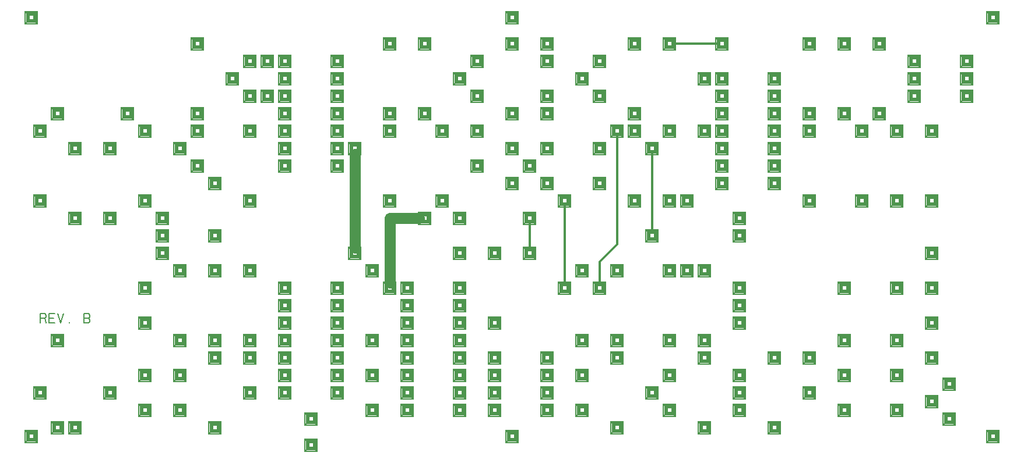
<source format=gtl>
%MOIN*%
%FSLAX23Y23*%
%ADD10C,.012*%
%ADD11C,.062*%
%ADD12C,.050X.024*%
%ADD13R,.062X.062X.024*%
%ADD14C,.016*%
%ADD15R,.008X.062*%
%ADD16R,.062X.008*%
%ADD17C,.008*%
%LPD*%
G90*X0Y0D02*D13*X100Y100D03*D14*X131Y131D03*      
Y69D03*X69Y131D03*Y69D03*D15*X135Y100D03*X65D03*  
D16*X100Y135D03*Y65D03*D13*X250Y150D03*D14*       
X281Y181D03*Y119D03*X219Y181D03*Y119D03*D15*      
X285Y150D03*X215D03*D16*X250Y185D03*Y115D03*D13*  
X150Y350D03*D14*X181Y381D03*Y319D03*X119Y381D03*  
Y319D03*D15*X185Y350D03*X115D03*D16*X150Y385D03*  
Y315D03*D13*X350Y150D03*D14*X381Y181D03*Y119D03*  
X319Y181D03*Y119D03*D15*X385Y150D03*X315D03*D16*  
X350Y185D03*Y115D03*D13*X550Y350D03*D14*          
X581Y381D03*Y319D03*X519Y381D03*Y319D03*D15*      
X585Y350D03*X515D03*D16*X550Y385D03*Y315D03*D13*  
Y650D03*D14*X581Y681D03*Y619D03*X519Y681D03*      
Y619D03*D15*X585Y650D03*X515D03*D16*X550Y685D03*  
Y615D03*D13*X250Y650D03*D14*X281Y681D03*Y619D03*  
X219Y681D03*Y619D03*D15*X285Y650D03*X215D03*D16*  
X250Y685D03*Y615D03*D13*X750Y750D03*D14*          
X781Y781D03*Y719D03*X719Y781D03*Y719D03*D15*      
X785Y750D03*X715D03*D16*X750Y785D03*Y715D03*      
X400Y750D02*D17*Y804D01*X427D01*X436Y795D01*      
Y786D01*X427Y777D01*X436Y768D01*Y759D01*          
X427Y750D01*X400D01*Y777D02*X427D01*X150Y750D02*  
Y804D01*X177D01*X186Y795D01*Y786D01*X177Y777D01*  
X150D01*X177D02*X186Y750D01*X236D02*X200D01*      
Y804D01*X236D01*X200Y777D02*X227D01*X250Y804D02*  
X268Y750D01*X286Y804D01*X318Y750D03*D13*          
X750Y250D03*D14*X781Y281D03*Y219D03*X719Y281D03*  
Y219D03*D15*X785Y250D03*X715D03*D16*X750Y285D03*  
Y215D03*D13*Y450D03*D14*X781Y481D03*Y419D03*      
X719Y481D03*Y419D03*D15*X785Y450D03*X715D03*D16*  
X750Y485D03*Y415D03*D13*Y950D03*D14*X781Y981D03*  
Y919D03*X719Y981D03*Y919D03*D15*X785Y950D03*      
X715D03*D16*X750Y985D03*Y915D03*D13*X950Y250D03*  
D14*X981Y281D03*Y219D03*X919Y281D03*Y219D03*D15*  
X985Y250D03*X915D03*D16*X950Y285D03*Y215D03*D13*  
Y450D03*D14*X981Y481D03*Y419D03*X919Y481D03*      
Y419D03*D15*X985Y450D03*X915D03*D16*X950Y485D03*  
Y415D03*D13*Y650D03*D14*X981Y681D03*Y619D03*      
X919Y681D03*Y619D03*D15*X985Y650D03*X915D03*D16*  
X950Y685D03*Y615D03*D13*Y1050D03*D14*X981Y1081D03*
Y1019D03*X919Y1081D03*Y1019D03*D15*X985Y1050D03*  
X915D03*D16*X950Y1085D03*Y1015D03*D13*            
X850Y1150D03*D14*X881Y1181D03*Y1119D03*           
X819Y1181D03*Y1119D03*D15*X885Y1150D03*X815D03*   
D16*X850Y1185D03*Y1115D03*D13*X1150Y150D03*D14*   
X1181Y181D03*Y119D03*X1119Y181D03*Y119D03*D15*    
X1185Y150D03*X1115D03*D16*X1150Y185D03*Y115D03*   
D13*Y550D03*D14*X1181Y581D03*Y519D03*X1119Y581D03*
Y519D03*D15*X1185Y550D03*X1115D03*D16*            
X1150Y585D03*Y515D03*D13*Y650D03*D14*X1181Y681D03*
Y619D03*X1119Y681D03*Y619D03*D15*X1185Y650D03*    
X1115D03*D16*X1150Y685D03*Y615D03*D13*Y1050D03*   
D14*X1181Y1081D03*Y1019D03*X1119Y1081D03*Y1019D03*
D15*X1185Y1050D03*X1115D03*D16*X1150Y1085D03*     
Y1015D03*D13*Y1250D03*D14*X1181Y1281D03*Y1219D03* 
X1119Y1281D03*Y1219D03*D15*X1185Y1250D03*X1115D03*
D16*X1150Y1285D03*Y1215D03*D13*X850Y1250D03*D14*  
X881Y1281D03*Y1219D03*X819Y1281D03*Y1219D03*D15*  
X885Y1250D03*X815D03*D16*X850Y1285D03*Y1215D03*   
D13*Y1350D03*D14*X881Y1381D03*Y1319D03*           
X819Y1381D03*Y1319D03*D15*X885Y1350D03*X815D03*   
D16*X850Y1385D03*Y1315D03*D13*X550Y1350D03*D14*   
X581Y1381D03*Y1319D03*X519Y1381D03*Y1319D03*D15*  
X585Y1350D03*X515D03*D16*X550Y1385D03*Y1315D03*   
D13*X350Y1350D03*D14*X381Y1381D03*Y1319D03*       
X319Y1381D03*Y1319D03*D15*X385Y1350D03*X315D03*   
D16*X350Y1385D03*Y1315D03*D13*X1350Y350D03*D14*   
X1381Y381D03*Y319D03*X1319Y381D03*Y319D03*D15*    
X1385Y350D03*X1315D03*D16*X1350Y385D03*Y315D03*   
D13*Y550D03*D14*X1381Y581D03*Y519D03*X1319Y581D03*
Y519D03*D15*X1385Y550D03*X1315D03*D16*            
X1350Y585D03*Y515D03*D13*Y650D03*D14*X1381Y681D03*
Y619D03*X1319Y681D03*Y619D03*D15*X1385Y650D03*    
X1315D03*D16*X1350Y685D03*Y615D03*D13*Y1050D03*   
D14*X1381Y1081D03*Y1019D03*X1319Y1081D03*Y1019D03*
D15*X1385Y1050D03*X1315D03*D16*X1350Y1085D03*     
Y1015D03*D13*Y1450D03*D14*X1381Y1481D03*Y1419D03* 
X1319Y1481D03*Y1419D03*D15*X1385Y1450D03*X1315D03*
D16*X1350Y1485D03*Y1415D03*D13*X750Y1450D03*D14*  
X781Y1481D03*Y1419D03*X719Y1481D03*Y1419D03*D15*  
X785Y1450D03*X715D03*D16*X750Y1485D03*Y1415D03*   
D13*X150Y1450D03*D14*X181Y1481D03*Y1419D03*       
X119Y1481D03*Y1419D03*D15*X185Y1450D03*X115D03*   
D16*X150Y1485D03*Y1415D03*D13*X1150Y1550D03*D14*  
X1181Y1581D03*Y1519D03*X1119Y1581D03*Y1519D03*D15*
X1185Y1550D03*X1115D03*D16*X1150Y1585D03*Y1515D03*
D13*X1550Y350D03*D14*X1581Y381D03*Y319D03*        
X1519Y381D03*Y319D03*D15*X1585Y350D03*X1515D03*   
D16*X1550Y385D03*Y315D03*D13*Y450D03*D14*         
X1581Y481D03*Y419D03*X1519Y481D03*Y419D03*D15*    
X1585Y450D03*X1515D03*D16*X1550Y485D03*Y415D03*   
D13*Y550D03*D14*X1581Y581D03*Y519D03*X1519Y581D03*
Y519D03*D15*X1585Y550D03*X1515D03*D16*            
X1550Y585D03*Y515D03*D13*Y650D03*D14*X1581Y681D03*
Y619D03*X1519Y681D03*Y619D03*D15*X1585Y650D03*    
X1515D03*D16*X1550Y685D03*Y615D03*D13*Y750D03*D14*
X1581Y781D03*Y719D03*X1519Y781D03*Y719D03*D15*    
X1585Y750D03*X1515D03*D16*X1550Y785D03*Y715D03*   
D13*Y850D03*D14*X1581Y881D03*Y819D03*X1519Y881D03*
Y819D03*D15*X1585Y850D03*X1515D03*D16*            
X1550Y885D03*Y815D03*D13*Y950D03*D14*X1581Y981D03*
Y919D03*X1519Y981D03*Y919D03*D15*X1585Y950D03*    
X1515D03*D16*X1550Y985D03*Y915D03*D13*Y1650D03*   
D14*X1581Y1681D03*Y1619D03*X1519Y1681D03*Y1619D03*
D15*X1585Y1650D03*X1515D03*D16*X1550Y1685D03*     
Y1615D03*D13*X1050Y1650D03*D14*X1081Y1681D03*     
Y1619D03*X1019Y1681D03*Y1619D03*D15*X1085Y1650D03*
X1015D03*D16*X1050Y1685D03*Y1615D03*D13*          
X1700Y50D03*D14*X1731Y81D03*Y19D03*X1669Y81D03*   
Y19D03*D15*X1735Y50D03*X1665D03*D16*X1700Y85D03*  
Y15D03*D13*Y200D03*D14*X1731Y231D03*Y169D03*      
X1669Y231D03*Y169D03*D15*X1735Y200D03*X1665D03*   
D16*X1700Y235D03*Y165D03*D13*X1550Y1750D03*D14*   
X1581Y1781D03*Y1719D03*X1519Y1781D03*Y1719D03*D15*
X1585Y1750D03*X1515D03*D16*X1550Y1785D03*Y1715D03*
D13*X950Y1750D03*D14*X981Y1781D03*Y1719D03*       
X919Y1781D03*Y1719D03*D15*X985Y1750D03*X915D03*   
D16*X950Y1785D03*Y1715D03*D13*X550Y1750D03*D14*   
X581Y1781D03*Y1719D03*X519Y1781D03*Y1719D03*D15*  
X585Y1750D03*X515D03*D16*X550Y1785D03*Y1715D03*   
D13*X350Y1750D03*D14*X381Y1781D03*Y1719D03*       
X319Y1781D03*Y1719D03*D15*X385Y1750D03*X315D03*   
D16*X350Y1785D03*Y1715D03*D13*X1850Y1850D03*D14*  
X1881Y1881D03*Y1819D03*X1819Y1881D03*Y1819D03*D15*
X1885Y1850D03*X1815D03*D16*X1850Y1885D03*Y1815D03*
D13*X1550Y1850D03*D14*X1581Y1881D03*Y1819D03*     
X1519Y1881D03*Y1819D03*D15*X1585Y1850D03*X1515D03*
D16*X1550Y1885D03*Y1815D03*D13*X1350Y1850D03*D14* 
X1381Y1881D03*Y1819D03*X1319Y1881D03*Y1819D03*D15*
X1385Y1850D03*X1315D03*D16*X1350Y1885D03*Y1815D03*
D13*X1050Y1850D03*D14*X1081Y1881D03*Y1819D03*     
X1019Y1881D03*Y1819D03*D15*X1085Y1850D03*X1015D03*
D16*X1050Y1885D03*Y1815D03*D13*X750Y1850D03*D14*  
X781Y1881D03*Y1819D03*X719Y1881D03*Y1819D03*D15*  
X785Y1850D03*X715D03*D16*X750Y1885D03*Y1815D03*   
D13*X150Y1850D03*D14*X181Y1881D03*Y1819D03*       
X119Y1881D03*Y1819D03*D15*X185Y1850D03*X115D03*   
D16*X150Y1885D03*Y1815D03*D13*X1850Y350D03*D14*   
X1881Y381D03*Y319D03*X1819Y381D03*Y319D03*D15*    
X1885Y350D03*X1815D03*D16*X1850Y385D03*Y315D03*   
D13*Y450D03*D14*X1881Y481D03*Y419D03*X1819Y481D03*
Y419D03*D15*X1885Y450D03*X1815D03*D16*            
X1850Y485D03*Y415D03*D13*Y550D03*D14*X1881Y581D03*
Y519D03*X1819Y581D03*Y519D03*D15*X1885Y550D03*    
X1815D03*D16*X1850Y585D03*Y515D03*D13*Y650D03*D14*
X1881Y681D03*Y619D03*X1819Y681D03*Y619D03*D15*    
X1885Y650D03*X1815D03*D16*X1850Y685D03*Y615D03*   
D13*Y750D03*D14*X1881Y781D03*Y719D03*X1819Y781D03*
Y719D03*D15*X1885Y750D03*X1815D03*D16*            
X1850Y785D03*Y715D03*D13*Y850D03*D14*X1881Y881D03*
Y819D03*X1819Y881D03*Y819D03*D15*X1885Y850D03*    
X1815D03*D16*X1850Y885D03*Y815D03*D13*Y950D03*D14*
X1881Y981D03*Y919D03*X1819Y981D03*Y919D03*D15*    
X1885Y950D03*X1815D03*D16*X1850Y985D03*Y915D03*   
D13*Y1650D03*D14*X1881Y1681D03*Y1619D03*          
X1819Y1681D03*Y1619D03*D15*X1885Y1650D03*X1815D03*
D16*X1850Y1685D03*Y1615D03*D13*Y1750D03*D14*      
X1881Y1781D03*Y1719D03*X1819Y1781D03*Y1719D03*D15*
X1885Y1750D03*X1815D03*D16*X1850Y1785D03*Y1715D03*
D13*Y1950D03*D14*X1881Y1981D03*Y1919D03*          
X1819Y1981D03*Y1919D03*D15*X1885Y1950D03*X1815D03*
D16*X1850Y1985D03*Y1915D03*D13*X1550Y1950D03*D14* 
X1581Y1981D03*Y1919D03*X1519Y1981D03*Y1919D03*D15*
X1585Y1950D03*X1515D03*D16*X1550Y1985D03*Y1915D03*
D13*X1050Y1950D03*D14*X1081Y1981D03*Y1919D03*     
X1019Y1981D03*Y1919D03*D15*X1085Y1950D03*X1015D03*
D16*X1050Y1985D03*Y1915D03*D13*X650Y1950D03*D14*  
X681Y1981D03*Y1919D03*X619Y1981D03*Y1919D03*D15*  
X685Y1950D03*X615D03*D16*X650Y1985D03*Y1915D03*   
D13*X250Y1950D03*D14*X281Y1981D03*Y1919D03*       
X219Y1981D03*Y1919D03*D15*X285Y1950D03*X215D03*   
D16*X250Y1985D03*Y1915D03*D13*X1950Y1150D03*D14*  
X1981Y1181D03*Y1119D03*X1919Y1181D03*Y1119D03*D15*
X1985Y1150D03*X1915D03*D16*X1950Y1185D03*Y1115D03*
Y1181D02*D11*Y1719D01*D13*Y1750D03*D14*           
X1981Y1781D03*Y1719D03*X1919Y1781D03*Y1719D03*D15*
X1985Y1750D03*X1915D03*D16*X1950Y1785D03*Y1715D03*
D13*X2150Y1950D03*D14*X2181Y1981D03*Y1919D03*     
X2119Y1981D03*Y1919D03*D15*X2185Y1950D03*X2115D03*
D16*X2150Y1985D03*Y1915D03*D13*Y1850D03*D14*      
X2181Y1881D03*Y1819D03*X2119Y1881D03*Y1819D03*D15*
X2185Y1850D03*X2115D03*D16*X2150Y1885D03*Y1815D03*
D13*X1850Y2050D03*D14*X1881Y2081D03*Y2019D03*     
X1819Y2081D03*Y2019D03*D15*X1885Y2050D03*X1815D03*
D16*X1850Y2085D03*Y2015D03*D13*X2150Y1450D03*D14* 
X2181Y1481D03*Y1419D03*X2119Y1481D03*Y1419D03*D15*
X2185Y1450D03*X2115D03*D16*X2150Y1485D03*Y1415D03*
D13*X2350Y1350D03*D14*X2381Y1381D03*Y1319D03*     
X2319Y1381D03*Y1319D03*D15*X2385Y1350D03*X2315D03*
D16*X2350Y1385D03*Y1315D03*X2319Y1350D02*D11*     
X2150D01*Y981D01*D13*Y950D03*D14*X2181Y981D03*    
Y919D03*X2119Y981D03*Y919D03*D15*X2185Y950D03*    
X2115D03*D16*X2150Y985D03*Y915D03*D13*            
X2250Y850D03*D14*X2281Y881D03*Y819D03*            
X2219Y881D03*Y819D03*D15*X2285Y850D03*X2215D03*   
D16*X2250Y885D03*Y815D03*D13*X2050Y1050D03*D14*   
X2081Y1081D03*Y1019D03*X2019Y1081D03*Y1019D03*D15*
X2085Y1050D03*X2015D03*D16*X2050Y1085D03*Y1015D03*
D13*X2250Y950D03*D14*X2281Y981D03*Y919D03*        
X2219Y981D03*Y919D03*D15*X2285Y950D03*X2215D03*   
D16*X2250Y985D03*Y915D03*D13*Y750D03*D14*         
X2281Y781D03*Y719D03*X2219Y781D03*Y719D03*D15*    
X2285Y750D03*X2215D03*D16*X2250Y785D03*Y715D03*   
D13*X2050Y650D03*D14*X2081Y681D03*Y619D03*        
X2019Y681D03*Y619D03*D15*X2085Y650D03*X2015D03*   
D16*X2050Y685D03*Y615D03*D13*X2250Y650D03*D14*    
X2281Y681D03*Y619D03*X2219Y681D03*Y619D03*D15*    
X2285Y650D03*X2215D03*D16*X2250Y685D03*Y615D03*   
D13*X2550Y550D03*D14*X2581Y581D03*Y519D03*        
X2519Y581D03*Y519D03*D15*X2585Y550D03*X2515D03*   
D16*X2550Y585D03*Y515D03*D13*Y1350D03*D14*        
X2581Y1381D03*Y1319D03*X2519Y1381D03*Y1319D03*D15*
X2585Y1350D03*X2515D03*D16*X2550Y1385D03*Y1315D03*
D13*Y650D03*D14*X2581Y681D03*Y619D03*X2519Y681D03*
Y619D03*D15*X2585Y650D03*X2515D03*D16*            
X2550Y685D03*Y615D03*D13*Y750D03*D14*X2581Y781D03*
Y719D03*X2519Y781D03*Y719D03*D15*X2585Y750D03*    
X2515D03*D16*X2550Y785D03*Y715D03*D13*Y850D03*D14*
X2581Y881D03*Y819D03*X2519Y881D03*Y819D03*D15*    
X2585Y850D03*X2515D03*D16*X2550Y885D03*Y815D03*   
D13*Y950D03*D14*X2581Y981D03*Y919D03*X2519Y981D03*
Y919D03*D15*X2585Y950D03*X2515D03*D16*            
X2550Y985D03*Y915D03*D13*X2250Y550D03*D14*        
X2281Y581D03*Y519D03*X2219Y581D03*Y519D03*D15*    
X2285Y550D03*X2215D03*D16*X2250Y585D03*Y515D03*   
D13*X2550Y1150D03*D14*X2581Y1181D03*Y1119D03*     
X2519Y1181D03*Y1119D03*D15*X2585Y1150D03*X2515D03*
D16*X2550Y1185D03*Y1115D03*D13*X2450Y1450D03*D14* 
X2481Y1481D03*Y1419D03*X2419Y1481D03*Y1419D03*D15*
X2485Y1450D03*X2415D03*D16*X2450Y1485D03*Y1415D03*
D13*X2050Y450D03*D14*X2081Y481D03*Y419D03*        
X2019Y481D03*Y419D03*D15*X2085Y450D03*X2015D03*   
D16*X2050Y485D03*Y415D03*D13*X2250Y450D03*D14*    
X2281Y481D03*Y419D03*X2219Y481D03*Y419D03*D15*    
X2285Y450D03*X2215D03*D16*X2250Y485D03*Y415D03*   
D13*X2550Y450D03*D14*X2581Y481D03*Y419D03*        
X2519Y481D03*Y419D03*D15*X2585Y450D03*X2515D03*   
D16*X2550Y485D03*Y415D03*D13*X2750Y350D03*D14*    
X2781Y381D03*Y319D03*X2719Y381D03*Y319D03*D15*    
X2785Y350D03*X2715D03*D16*X2750Y385D03*Y315D03*   
D13*Y450D03*D14*X2781Y481D03*Y419D03*X2719Y481D03*
Y419D03*D15*X2785Y450D03*X2715D03*D16*            
X2750Y485D03*Y415D03*D13*Y550D03*D14*X2781Y581D03*
Y519D03*X2719Y581D03*Y519D03*D15*X2785Y550D03*    
X2715D03*D16*X2750Y585D03*Y515D03*D13*Y750D03*D14*
X2781Y781D03*Y719D03*X2719Y781D03*Y719D03*D15*    
X2785Y750D03*X2715D03*D16*X2750Y785D03*Y715D03*   
D13*X2250Y350D03*D14*X2281Y381D03*Y319D03*        
X2219Y381D03*Y319D03*D15*X2285Y350D03*X2215D03*   
D16*X2250Y385D03*Y315D03*D13*X2750Y1150D03*D14*   
X2781Y1181D03*Y1119D03*X2719Y1181D03*Y1119D03*D15*
X2785Y1150D03*X2715D03*D16*X2750Y1185D03*Y1115D03*
D13*X2550Y350D03*D14*X2581Y381D03*Y319D03*        
X2519Y381D03*Y319D03*D15*X2585Y350D03*X2515D03*   
D16*X2550Y385D03*Y315D03*D13*X2650Y1650D03*D14*   
X2681Y1681D03*Y1619D03*X2619Y1681D03*Y1619D03*D15*
X2685Y1650D03*X2615D03*D16*X2650Y1685D03*Y1615D03*
D13*X2050Y250D03*D14*X2081Y281D03*Y219D03*        
X2019Y281D03*Y219D03*D15*X2085Y250D03*X2015D03*   
D16*X2050Y285D03*Y215D03*D13*X2250Y250D03*D14*    
X2281Y281D03*Y219D03*X2219Y281D03*Y219D03*D15*    
X2285Y250D03*X2215D03*D16*X2250Y285D03*Y215D03*   
D13*X2550Y250D03*D14*X2581Y281D03*Y219D03*        
X2519Y281D03*Y219D03*D15*X2585Y250D03*X2515D03*   
D16*X2550Y285D03*Y215D03*D13*X2850Y1550D03*D14*   
X2881Y1581D03*Y1519D03*X2819Y1581D03*Y1519D03*D15*
X2885Y1550D03*X2815D03*D16*X2850Y1585D03*Y1515D03*
D13*X2750Y250D03*D14*X2781Y281D03*Y219D03*        
X2719Y281D03*Y219D03*D15*X2785Y250D03*X2715D03*   
D16*X2750Y285D03*Y215D03*D13*X2850Y1750D03*D14*   
X2881Y1781D03*Y1719D03*X2819Y1781D03*Y1719D03*D15*
X2885Y1750D03*X2815D03*D16*X2850Y1785D03*Y1715D03*
D13*X2950Y1150D03*D14*X2981Y1181D03*Y1119D03*     
X2919Y1181D03*Y1119D03*D15*X2985Y1150D03*X2915D03*
D16*X2950Y1185D03*Y1115D03*Y1181D02*D10*Y1319D01* 
D13*Y1350D03*D14*X2981Y1381D03*Y1319D03*          
X2919Y1381D03*Y1319D03*D15*X2985Y1350D03*X2915D03*
D16*X2950Y1385D03*Y1315D03*D13*X3050Y1550D03*D14* 
X3081Y1581D03*Y1519D03*X3019Y1581D03*Y1519D03*D15*
X3085Y1550D03*X3015D03*D16*X3050Y1585D03*Y1515D03*
D13*X3150Y1450D03*D14*X3181Y1481D03*Y1419D03*     
X3119Y1481D03*Y1419D03*D15*X3185Y1450D03*X3115D03*
D16*X3150Y1485D03*Y1415D03*Y1419D02*D10*Y981D01*  
D13*Y950D03*D14*X3181Y981D03*Y919D03*X3119Y981D03*
Y919D03*D15*X3185Y950D03*X3115D03*D16*            
X3150Y985D03*Y915D03*D13*X3250Y1050D03*D14*       
X3281Y1081D03*Y1019D03*X3219Y1081D03*Y1019D03*D15*
X3285Y1050D03*X3215D03*D16*X3250Y1085D03*Y1015D03*
D13*X3350Y950D03*D14*X3381Y981D03*Y919D03*        
X3319Y981D03*Y919D03*D15*X3385Y950D03*X3315D03*   
D16*X3350Y985D03*Y915D03*Y981D02*D10*Y1100D01*    
X3450Y1200D01*Y1819D01*D13*Y1850D03*D14*          
X3481Y1881D03*Y1819D03*X3419Y1881D03*Y1819D03*D15*
X3485Y1850D03*X3415D03*D16*X3450Y1885D03*Y1815D03*
D13*X3550Y1950D03*D14*X3581Y1981D03*Y1919D03*     
X3519Y1981D03*Y1919D03*D15*X3585Y1950D03*X3515D03*
D16*X3550Y1985D03*Y1915D03*D13*X3350Y1750D03*D14* 
X3381Y1781D03*Y1719D03*X3319Y1781D03*Y1719D03*D15*
X3385Y1750D03*X3315D03*D16*X3350Y1785D03*Y1715D03*
D13*X3550Y1850D03*D14*X3581Y1881D03*Y1819D03*     
X3519Y1881D03*Y1819D03*D15*X3585Y1850D03*X3515D03*
D16*X3550Y1885D03*Y1815D03*D13*X3650Y1750D03*D14* 
X3681Y1781D03*Y1719D03*X3619Y1781D03*Y1719D03*D15*
X3685Y1750D03*X3615D03*D16*X3650Y1785D03*Y1715D03*
Y1719D02*D10*Y1281D01*D13*Y1250D03*D14*           
X3681Y1281D03*Y1219D03*X3619Y1281D03*Y1219D03*D15*
X3685Y1250D03*X3615D03*D16*X3650Y1285D03*Y1215D03*
D13*X3850Y1050D03*D14*X3881Y1081D03*Y1019D03*     
X3819Y1081D03*Y1019D03*D15*X3885Y1050D03*X3815D03*
D16*X3850Y1085D03*Y1015D03*D13*Y1450D03*D14*      
X3881Y1481D03*Y1419D03*X3819Y1481D03*Y1419D03*D15*
X3885Y1450D03*X3815D03*D16*X3850Y1485D03*Y1415D03*
D13*X3450Y1050D03*D14*X3481Y1081D03*Y1019D03*     
X3419Y1081D03*Y1019D03*D15*X3485Y1050D03*X3415D03*
D16*X3450Y1085D03*Y1015D03*D13*X3750Y1450D03*D14* 
X3781Y1481D03*Y1419D03*X3719Y1481D03*Y1419D03*D15*
X3785Y1450D03*X3715D03*D16*X3750Y1485D03*Y1415D03*
D13*X3550Y1450D03*D14*X3581Y1481D03*Y1419D03*     
X3519Y1481D03*Y1419D03*D15*X3585Y1450D03*X3515D03*
D16*X3550Y1485D03*Y1415D03*D13*X3750Y1050D03*D14* 
X3781Y1081D03*Y1019D03*X3719Y1081D03*Y1019D03*D15*
X3785Y1050D03*X3715D03*D16*X3750Y1085D03*Y1015D03*
D13*X3350Y1550D03*D14*X3381Y1581D03*Y1519D03*     
X3319Y1581D03*Y1519D03*D15*X3385Y1550D03*X3315D03*
D16*X3350Y1585D03*Y1515D03*D13*X3950Y1050D03*D14* 
X3981Y1081D03*Y1019D03*X3919Y1081D03*Y1019D03*D15*
X3985Y1050D03*X3915D03*D16*X3950Y1085D03*Y1015D03*
D13*X4050Y1650D03*D14*X4081Y1681D03*Y1619D03*     
X4019Y1681D03*Y1619D03*D15*X4085Y1650D03*X4015D03*
D16*X4050Y1685D03*Y1615D03*D13*Y1550D03*D14*      
X4081Y1581D03*Y1519D03*X4019Y1581D03*Y1519D03*D15*
X4085Y1550D03*X4015D03*D16*X4050Y1585D03*Y1515D03*
D13*X4150Y750D03*D14*X4181Y781D03*Y719D03*        
X4119Y781D03*Y719D03*D15*X4185Y750D03*X4115D03*   
D16*X4150Y785D03*Y715D03*D13*Y850D03*D14*         
X4181Y881D03*Y819D03*X4119Y881D03*Y819D03*D15*    
X4185Y850D03*X4115D03*D16*X4150Y885D03*Y815D03*   
D13*X4050Y1750D03*D14*X4081Y1781D03*Y1719D03*     
X4019Y1781D03*Y1719D03*D15*X4085Y1750D03*X4015D03*
D16*X4050Y1785D03*Y1715D03*D13*X4150Y950D03*D14*  
X4181Y981D03*Y919D03*X4119Y981D03*Y919D03*D15*    
X4185Y950D03*X4115D03*D16*X4150Y985D03*Y915D03*   
D13*Y1250D03*D14*X4181Y1281D03*Y1219D03*          
X4119Y1281D03*Y1219D03*D15*X4185Y1250D03*X4115D03*
D16*X4150Y1285D03*Y1215D03*D13*Y1350D03*D14*      
X4181Y1381D03*Y1319D03*X4119Y1381D03*Y1319D03*D15*
X4185Y1350D03*X4115D03*D16*X4150Y1385D03*Y1315D03*
D13*X3050Y1750D03*D14*X3081Y1781D03*Y1719D03*     
X3019Y1781D03*Y1719D03*D15*X3085Y1750D03*X3015D03*
D16*X3050Y1785D03*Y1715D03*D13*X4050Y1850D03*D14* 
X4081Y1881D03*Y1819D03*X4019Y1881D03*Y1819D03*D15*
X4085Y1850D03*X4015D03*D16*X4050Y1885D03*Y1815D03*
D13*X3250Y650D03*D14*X3281Y681D03*Y619D03*        
X3219Y681D03*Y619D03*D15*X3285Y650D03*X3215D03*   
D16*X3250Y685D03*Y615D03*D13*X3950Y1850D03*D14*   
X3981Y1881D03*Y1819D03*X3919Y1881D03*Y1819D03*D15*
X3985Y1850D03*X3915D03*D16*X3950Y1885D03*Y1815D03*
D13*X3450Y650D03*D14*X3481Y681D03*Y619D03*        
X3419Y681D03*Y619D03*D15*X3485Y650D03*X3415D03*   
D16*X3450Y685D03*Y615D03*D13*X3750Y1850D03*D14*   
X3781Y1881D03*Y1819D03*X3719Y1881D03*Y1819D03*D15*
X3785Y1850D03*X3715D03*D16*X3750Y1885D03*Y1815D03*
D13*Y650D03*D14*X3781Y681D03*Y619D03*X3719Y681D03*
Y619D03*D15*X3785Y650D03*X3715D03*D16*            
X3750Y685D03*Y615D03*D13*X3950Y650D03*D14*        
X3981Y681D03*Y619D03*X3919Y681D03*Y619D03*D15*    
X3985Y650D03*X3915D03*D16*X3950Y685D03*Y615D03*   
D13*X4350Y550D03*D14*X4381Y581D03*Y519D03*        
X4319Y581D03*Y519D03*D15*X4385Y550D03*X4315D03*   
D16*X4350Y585D03*Y515D03*D13*Y1950D03*D14*        
X4381Y1981D03*Y1919D03*X4319Y1981D03*Y1919D03*D15*
X4385Y1950D03*X4315D03*D16*X4350Y1985D03*Y1915D03*
D13*X3050Y550D03*D14*X3081Y581D03*Y519D03*        
X3019Y581D03*Y519D03*D15*X3085Y550D03*X3015D03*   
D16*X3050Y585D03*Y515D03*D13*X4050Y1950D03*D14*   
X4081Y1981D03*Y1919D03*X4019Y1981D03*Y1919D03*D15*
X4085Y1950D03*X4015D03*D16*X4050Y1985D03*Y1915D03*
D13*X2950Y1650D03*D14*X2981Y1681D03*Y1619D03*     
X2919Y1681D03*Y1619D03*D15*X2985Y1650D03*X2915D03*
D16*X2950Y1685D03*Y1615D03*D13*X3450Y550D03*D14*  
X3481Y581D03*Y519D03*X3419Y581D03*Y519D03*D15*    
X3485Y550D03*X3415D03*D16*X3450Y585D03*Y515D03*   
D13*X4350Y1550D03*D14*X4381Y1581D03*Y1519D03*     
X4319Y1581D03*Y1519D03*D15*X4385Y1550D03*X4315D03*
D16*X4350Y1585D03*Y1515D03*D13*X3950Y550D03*D14*  
X3981Y581D03*Y519D03*X3919Y581D03*Y519D03*D15*    
X3985Y550D03*X3915D03*D16*X3950Y585D03*Y515D03*   
D13*X4350Y1650D03*D14*X4381Y1681D03*Y1619D03*     
X4319Y1681D03*Y1619D03*D15*X4385Y1650D03*X4315D03*
D16*X4350Y1685D03*Y1615D03*D13*Y1750D03*D14*      
X4381Y1781D03*Y1719D03*X4319Y1781D03*Y1719D03*D15*
X4385Y1750D03*X4315D03*D16*X4350Y1785D03*Y1715D03*
D13*Y1850D03*D14*X4381Y1881D03*Y1819D03*          
X4319Y1881D03*Y1819D03*D15*X4385Y1850D03*X4315D03*
D16*X4350Y1885D03*Y1815D03*D13*X3050Y1950D03*D14* 
X3081Y1981D03*Y1919D03*X3019Y1981D03*Y1919D03*D15*
X3085Y1950D03*X3015D03*D16*X3050Y1985D03*Y1915D03*
D13*X4350Y2050D03*D14*X4381Y2081D03*Y2019D03*     
X4319Y2081D03*Y2019D03*D15*X4385Y2050D03*X4315D03*
D16*X4350Y2085D03*Y2015D03*D13*X2850Y1950D03*D14* 
X2881Y1981D03*Y1919D03*X2819Y1981D03*Y1919D03*D15*
X2885Y1950D03*X2815D03*D16*X2850Y1985D03*Y1915D03*
D13*X3050Y450D03*D14*X3081Y481D03*Y419D03*        
X3019Y481D03*Y419D03*D15*X3085Y450D03*X3015D03*   
D16*X3050Y485D03*Y415D03*D13*X4050Y2050D03*D14*   
X4081Y2081D03*Y2019D03*X4019Y2081D03*Y2019D03*D15*
X4085Y2050D03*X4015D03*D16*X4050Y2085D03*Y2015D03*
D13*X3250Y450D03*D14*X3281Y481D03*Y419D03*        
X3219Y481D03*Y419D03*D15*X3285Y450D03*X3215D03*   
D16*X3250Y485D03*Y415D03*D13*X3750Y450D03*D14*    
X3781Y481D03*Y419D03*X3719Y481D03*Y419D03*D15*    
X3785Y450D03*X3715D03*D16*X3750Y485D03*Y415D03*   
D13*X3350Y2050D03*D14*X3381Y2081D03*Y2019D03*     
X3319Y2081D03*Y2019D03*D15*X3385Y2050D03*X3315D03*
D16*X3350Y2085D03*Y2015D03*D13*X4150Y450D03*D14*  
X4181Y481D03*Y419D03*X4119Y481D03*Y419D03*D15*    
X4185Y450D03*X4115D03*D16*X4150Y485D03*Y415D03*   
D13*X3050Y2050D03*D14*X3081Y2081D03*Y2019D03*     
X3019Y2081D03*Y2019D03*D15*X3085Y2050D03*X3015D03*
D16*X3050Y2085D03*Y2015D03*D13*X4550Y350D03*D14*  
X4581Y381D03*Y319D03*X4519Y381D03*Y319D03*D15*    
X4585Y350D03*X4515D03*D16*X4550Y385D03*Y315D03*   
D13*Y550D03*D14*X4581Y581D03*Y519D03*X4519Y581D03*
Y519D03*D15*X4585Y550D03*X4515D03*D16*            
X4550Y585D03*Y515D03*D13*X4350Y2150D03*D14*       
X4381Y2181D03*Y2119D03*X4319Y2181D03*Y2119D03*D15*
X4385Y2150D03*X4315D03*D16*X4350Y2185D03*Y2115D03*
D13*X3050Y350D03*D14*X3081Y381D03*Y319D03*        
X3019Y381D03*Y319D03*D15*X3085Y350D03*X3015D03*   
D16*X3050Y385D03*Y315D03*D13*X4050Y2150D03*D14*   
X4081Y2181D03*Y2119D03*X4019Y2181D03*Y2119D03*D15*
X4085Y2150D03*X4015D03*D16*X4050Y2185D03*Y2115D03*
D13*X3950Y2150D03*D14*X3981Y2181D03*Y2119D03*     
X3919Y2181D03*Y2119D03*D15*X3985Y2150D03*X3915D03*
D16*X3950Y2185D03*Y2115D03*D13*X3650Y350D03*D14*  
X3681Y381D03*Y319D03*X3619Y381D03*Y319D03*D15*    
X3685Y350D03*X3615D03*D16*X3650Y385D03*Y315D03*   
D13*X4550Y1450D03*D14*X4581Y1481D03*Y1419D03*     
X4519Y1481D03*Y1419D03*D15*X4585Y1450D03*X4515D03*
D16*X4550Y1485D03*Y1415D03*D13*X3250Y2150D03*D14* 
X3281Y2181D03*Y2119D03*X3219Y2181D03*Y2119D03*D15*
X3285Y2150D03*X3215D03*D16*X3250Y2185D03*Y2115D03*
D13*X4150Y350D03*D14*X4181Y381D03*Y319D03*        
X4119Y381D03*Y319D03*D15*X4185Y350D03*X4115D03*   
D16*X4150Y385D03*Y315D03*D13*X4550Y1850D03*D14*   
X4581Y1881D03*Y1819D03*X4519Y1881D03*Y1819D03*D15*
X4585Y1850D03*X4515D03*D16*X4550Y1885D03*Y1815D03*
D13*Y1950D03*D14*X4581Y1981D03*Y1919D03*          
X4519Y1981D03*Y1919D03*D15*X4585Y1950D03*X4515D03*
D16*X4550Y1985D03*Y1915D03*D13*X2650Y2250D03*D14* 
X2681Y2281D03*Y2219D03*X2619Y2281D03*Y2219D03*D15*
X2685Y2250D03*X2615D03*D16*X2650Y2285D03*Y2215D03*
D13*Y2050D03*D14*X2681Y2081D03*Y2019D03*          
X2619Y2081D03*Y2019D03*D15*X2685Y2050D03*X2615D03*
D16*X2650Y2085D03*Y2015D03*D13*Y1850D03*D14*      
X2681Y1881D03*Y1819D03*X2619Y1881D03*Y1819D03*D15*
X2685Y1850D03*X2615D03*D16*X2650Y1885D03*Y1815D03*
D13*X3050Y250D03*D14*X3081Y281D03*Y219D03*        
X3019Y281D03*Y219D03*D15*X3085Y250D03*X3015D03*   
D16*X3050Y285D03*Y215D03*D13*X3250Y250D03*D14*    
X3281Y281D03*Y219D03*X3219Y281D03*Y219D03*D15*    
X3285Y250D03*X3215D03*D16*X3250Y285D03*Y215D03*   
D13*X3750Y250D03*D14*X3781Y281D03*Y219D03*        
X3719Y281D03*Y219D03*D15*X3785Y250D03*X3715D03*   
D16*X3750Y285D03*Y215D03*D13*X3350Y2250D03*D14*   
X3381Y2281D03*Y2219D03*X3319Y2281D03*Y2219D03*D15*
X3385Y2250D03*X3315D03*D16*X3350Y2285D03*Y2215D03*
D13*X4150Y250D03*D14*X4181Y281D03*Y219D03*        
X4119Y281D03*Y219D03*D15*X4185Y250D03*X4115D03*   
D16*X4150Y285D03*Y215D03*D13*X3050Y2250D03*D14*   
X3081Y2281D03*Y2219D03*X3019Y2281D03*Y2219D03*D15*
X3085Y2250D03*X3015D03*D16*X3050Y2285D03*Y2215D03*
D13*X4750Y2350D03*D14*X4781Y2381D03*Y2319D03*     
X4719Y2381D03*Y2319D03*D15*X4785Y2350D03*X4715D03*
D16*X4750Y2385D03*Y2315D03*D13*Y250D03*D14*       
X4781Y281D03*Y219D03*X4719Y281D03*Y219D03*D15*    
X4785Y250D03*X4715D03*D16*X4750Y285D03*Y215D03*   
D13*X4550Y2350D03*D14*X4581Y2381D03*Y2319D03*     
X4519Y2381D03*Y2319D03*D15*X4585Y2350D03*X4515D03*
D16*X4550Y2385D03*Y2315D03*D13*X2550Y2150D03*D14* 
X2581Y2181D03*Y2119D03*X2519Y2181D03*Y2119D03*D15*
X2585Y2150D03*X2515D03*D16*X2550Y2185D03*Y2115D03*
D13*X4750Y450D03*D14*X4781Y481D03*Y419D03*        
X4719Y481D03*Y419D03*D15*X4785Y450D03*X4715D03*   
D16*X4750Y485D03*Y415D03*D13*Y650D03*D14*         
X4781Y681D03*Y619D03*X4719Y681D03*Y619D03*D15*    
X4785Y650D03*X4715D03*D16*X4750Y685D03*Y615D03*   
D13*X4050Y2350D03*D14*X4081Y2381D03*Y2319D03*     
X4019Y2381D03*Y2319D03*D15*X4085Y2350D03*X4015D03*
D16*X4050Y2385D03*Y2315D03*X4019Y2350D02*D10*     
X3781D01*D13*X3750D03*D14*X3781Y2381D03*Y2319D03* 
X3719Y2381D03*Y2319D03*D15*X3785Y2350D03*X3715D03*
D16*X3750Y2385D03*Y2315D03*D13*X3550Y2350D03*D14* 
X3581Y2381D03*Y2319D03*X3519Y2381D03*Y2319D03*D15*
X3585Y2350D03*X3515D03*D16*X3550Y2385D03*Y2315D03*
D13*X3050Y2350D03*D14*X3081Y2381D03*Y2319D03*     
X3019Y2381D03*Y2319D03*D15*X3085Y2350D03*X3015D03*
D16*X3050Y2385D03*Y2315D03*D13*X2850Y2500D03*D14* 
X2881Y2531D03*Y2469D03*X2819Y2531D03*Y2469D03*D15*
X2885Y2500D03*X2815D03*D16*X2850Y2535D03*Y2465D03*
D13*Y2350D03*D14*X2881Y2381D03*Y2319D03*          
X2819Y2381D03*Y2319D03*D15*X2885Y2350D03*X2815D03*
D16*X2850Y2385D03*Y2315D03*D13*X4750Y1950D03*D14* 
X4781Y1981D03*Y1919D03*X4719Y1981D03*Y1919D03*D15*
X4785Y1950D03*X4715D03*D16*X4750Y1985D03*Y1915D03*
D13*X4850Y1450D03*D14*X4881Y1481D03*Y1419D03*     
X4819Y1481D03*Y1419D03*D15*X4885Y1450D03*X4815D03*
D16*X4850Y1485D03*Y1415D03*D13*Y1850D03*D14*      
X4881Y1881D03*Y1819D03*X4819Y1881D03*Y1819D03*D15*
X4885Y1850D03*X4815D03*D16*X4850Y1885D03*Y1815D03*
D13*X4950Y1950D03*D14*X4981Y1981D03*Y1919D03*     
X4919Y1981D03*Y1919D03*D15*X4985Y1950D03*X4915D03*
D16*X4950Y1985D03*Y1915D03*D13*Y2350D03*D14*      
X4981Y2381D03*Y2319D03*X4919Y2381D03*Y2319D03*D15*
X4985Y2350D03*X4915D03*D16*X4950Y2385D03*Y2315D03*
D13*X5050Y1450D03*D14*X5081Y1481D03*Y1419D03*     
X5019Y1481D03*Y1419D03*D15*X5085Y1450D03*X5015D03*
D16*X5050Y1485D03*Y1415D03*D13*Y1850D03*D14*      
X5081Y1881D03*Y1819D03*X5019Y1881D03*Y1819D03*D15*
X5085Y1850D03*X5015D03*D16*X5050Y1885D03*Y1815D03*
D13*X2450Y1850D03*D14*X2481Y1881D03*Y1819D03*     
X2419Y1881D03*Y1819D03*D15*X2485Y1850D03*X2415D03*
D16*X2450Y1885D03*Y1815D03*D13*X5150Y2050D03*D14* 
X5181Y2081D03*Y2019D03*X5119Y2081D03*Y2019D03*D15*
X5185Y2050D03*X5115D03*D16*X5150Y2085D03*Y2015D03*
D13*Y2150D03*D14*X5181Y2181D03*Y2119D03*          
X5119Y2181D03*Y2119D03*D15*X5185Y2150D03*X5115D03*
D16*X5150Y2185D03*Y2115D03*D13*Y2250D03*D14*      
X5181Y2281D03*Y2219D03*X5119Y2281D03*Y2219D03*D15*
X5185Y2250D03*X5115D03*D16*X5150Y2285D03*Y2215D03*
D13*X2350Y2350D03*D14*X2381Y2381D03*Y2319D03*     
X2319Y2381D03*Y2319D03*D15*X2385Y2350D03*X2315D03*
D16*X2350Y2385D03*Y2315D03*D13*Y1950D03*D14*      
X2381Y1981D03*Y1919D03*X2319Y1981D03*Y1919D03*D15*
X2385Y1950D03*X2315D03*D16*X2350Y1985D03*Y1915D03*
D13*X4750Y950D03*D14*X4781Y981D03*Y919D03*        
X4719Y981D03*Y919D03*D15*X4785Y950D03*X4715D03*   
D16*X4750Y985D03*Y915D03*D13*X5050Y950D03*D14*    
X5081Y981D03*Y919D03*X5019Y981D03*Y919D03*D15*    
X5085Y950D03*X5015D03*D16*X5050Y985D03*Y915D03*   
D13*X5250Y950D03*D14*X5281Y981D03*Y919D03*        
X5219Y981D03*Y919D03*D15*X5285Y950D03*X5215D03*   
D16*X5250Y985D03*Y915D03*D13*Y1150D03*D14*        
X5281Y1181D03*Y1119D03*X5219Y1181D03*Y1119D03*D15*
X5285Y1150D03*X5215D03*D16*X5250Y1185D03*Y1115D03*
D13*Y1450D03*D14*X5281Y1481D03*Y1419D03*          
X5219Y1481D03*Y1419D03*D15*X5285Y1450D03*X5215D03*
D16*X5250Y1485D03*Y1415D03*D13*Y1850D03*D14*      
X5281Y1881D03*Y1819D03*X5219Y1881D03*Y1819D03*D15*
X5285Y1850D03*X5215D03*D16*X5250Y1885D03*Y1815D03*
D13*X2150Y2350D03*D14*X2181Y2381D03*Y2319D03*     
X2119Y2381D03*Y2319D03*D15*X2185Y2350D03*X2115D03*
D16*X2150Y2385D03*Y2315D03*D13*X5250Y750D03*D14*  
X5281Y781D03*Y719D03*X5219Y781D03*Y719D03*D15*    
X5285Y750D03*X5215D03*D16*X5250Y785D03*Y715D03*   
D13*X5450Y2050D03*D14*X5481Y2081D03*Y2019D03*     
X5419Y2081D03*Y2019D03*D15*X5485Y2050D03*X5415D03*
D16*X5450Y2085D03*Y2015D03*D13*Y2150D03*D14*      
X5481Y2181D03*Y2119D03*X5419Y2181D03*Y2119D03*D15*
X5485Y2150D03*X5415D03*D16*X5450Y2185D03*Y2115D03*
D13*Y2250D03*D14*X5481Y2281D03*Y2219D03*          
X5419Y2281D03*Y2219D03*D15*X5485Y2250D03*X5415D03*
D16*X5450Y2285D03*Y2215D03*D13*X5050Y650D03*D14*  
X5081Y681D03*Y619D03*X5019Y681D03*Y619D03*D15*    
X5085Y650D03*X5015D03*D16*X5050Y685D03*Y615D03*   
D13*X5250Y550D03*D14*X5281Y581D03*Y519D03*        
X5219Y581D03*Y519D03*D15*X5285Y550D03*X5215D03*   
D16*X5250Y585D03*Y515D03*D13*X5600Y2500D03*D14*   
X5631Y2531D03*Y2469D03*X5569Y2531D03*Y2469D03*D15*
X5635Y2500D03*X5565D03*D16*X5600Y2535D03*Y2465D03*
D13*X1850Y2250D03*D14*X1881Y2281D03*Y2219D03*     
X1819Y2281D03*Y2219D03*D15*X1885Y2250D03*X1815D03*
D16*X1850Y2285D03*Y2215D03*D13*Y2150D03*D14*      
X1881Y2181D03*Y2119D03*X1819Y2181D03*Y2119D03*D15*
X1885Y2150D03*X1815D03*D16*X1850Y2185D03*Y2115D03*
D13*X5050Y450D03*D14*X5081Y481D03*Y419D03*        
X5019Y481D03*Y419D03*D15*X5085Y450D03*X5015D03*   
D16*X5050Y485D03*Y415D03*D13*X5350Y400D03*D14*    
X5381Y431D03*Y369D03*X5319Y431D03*Y369D03*D15*    
X5385Y400D03*X5315D03*D16*X5350Y435D03*Y365D03*   
D13*X5250Y300D03*D14*X5281Y331D03*Y269D03*        
X5219Y331D03*Y269D03*D15*X5285Y300D03*X5215D03*   
D16*X5250Y335D03*Y265D03*D13*X5050Y250D03*D14*    
X5081Y281D03*Y219D03*X5019Y281D03*Y219D03*D15*    
X5085Y250D03*X5015D03*D16*X5050Y285D03*Y215D03*   
D13*X5350Y200D03*D14*X5381Y231D03*Y169D03*        
X5319Y231D03*Y169D03*D15*X5385Y200D03*X5315D03*   
D16*X5350Y235D03*Y165D03*D13*X3450Y150D03*D14*    
X3481Y181D03*Y119D03*X3419Y181D03*Y119D03*D15*    
X3485Y150D03*X3415D03*D16*X3450Y185D03*Y115D03*   
D13*X1550Y2250D03*D14*X1581Y2281D03*Y2219D03*     
X1519Y2281D03*Y2219D03*D15*X1585Y2250D03*X1515D03*
D16*X1550Y2285D03*Y2215D03*D13*Y2150D03*D14*      
X1581Y2181D03*Y2119D03*X1519Y2181D03*Y2119D03*D15*
X1585Y2150D03*X1515D03*D16*X1550Y2185D03*Y2115D03*
D13*X3950Y150D03*D14*X3981Y181D03*Y119D03*        
X3919Y181D03*Y119D03*D15*X3985Y150D03*X3915D03*   
D16*X3950Y185D03*Y115D03*D13*X1550Y2050D03*D14*   
X1581Y2081D03*Y2019D03*X1519Y2081D03*Y2019D03*D15*
X1585Y2050D03*X1515D03*D16*X1550Y2085D03*Y2015D03*
D13*X4350Y150D03*D14*X4381Y181D03*Y119D03*        
X4319Y181D03*Y119D03*D15*X4385Y150D03*X4315D03*   
D16*X4350Y185D03*Y115D03*D13*X2850Y100D03*D14*    
X2881Y131D03*Y69D03*X2819Y131D03*Y69D03*D15*      
X2885Y100D03*X2815D03*D16*X2850Y135D03*Y65D03*D13*
X5600Y100D03*D14*X5631Y131D03*Y69D03*X5569Y131D03*
Y69D03*D15*X5635Y100D03*X5565D03*D16*X5600Y135D03*
Y65D03*D13*X1450Y2250D03*D14*X1481Y2281D03*       
Y2219D03*X1419Y2281D03*Y2219D03*D15*X1485Y2250D03*
X1415D03*D16*X1450Y2285D03*Y2215D03*D13*Y2050D03* 
D14*X1481Y2081D03*Y2019D03*X1419Y2081D03*Y2019D03*
D15*X1485Y2050D03*X1415D03*D16*X1450Y2085D03*     
Y2015D03*D13*X1350Y2250D03*D14*X1381Y2281D03*     
Y2219D03*X1319Y2281D03*Y2219D03*D15*X1385Y2250D03*
X1315D03*D16*X1350Y2285D03*Y2215D03*D13*Y2050D03* 
D14*X1381Y2081D03*Y2019D03*X1319Y2081D03*Y2019D03*
D15*X1385Y2050D03*X1315D03*D16*X1350Y2085D03*     
Y2015D03*D13*X1250Y2150D03*D14*X1281Y2181D03*     
Y2119D03*X1219Y2181D03*Y2119D03*D15*X1285Y2150D03*
X1215D03*D16*X1250Y2185D03*Y2115D03*D13*          
X1050Y2350D03*D14*X1081Y2381D03*Y2319D03*         
X1019Y2381D03*Y2319D03*D15*X1085Y2350D03*X1015D03*
D16*X1050Y2385D03*Y2315D03*X400Y750D02*D17*       
Y804D01*X427D01*X436Y795D01*Y786D01*X427Y777D01*  
X436Y768D01*Y759D01*X427Y750D01*X400D01*Y777D02*  
X427D01*X150Y750D02*Y804D01*X177D01*X186Y795D01*  
Y786D01*X177Y777D01*X150D01*X177D02*X186Y750D01*  
X236D02*X200D01*Y804D01*X236D01*X200Y777D02*      
X227D01*X250Y804D02*X268Y750D01*X286Y804D01*      
X318Y750D03*D13*X100Y2500D03*D14*X131Y2531D03*    
Y2469D03*X69Y2531D03*Y2469D03*D15*X135Y2500D03*   
X65D03*D16*X100Y2535D03*Y2465D03*M02*             

</source>
